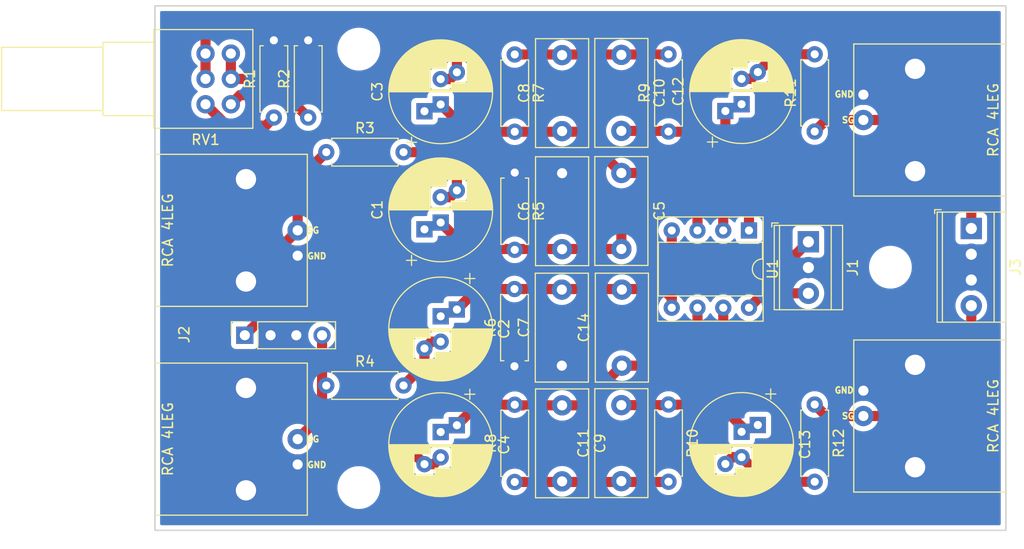
<source format=kicad_pcb>
(kicad_pcb (version 20211014) (generator pcbnew)
  (layers (0 "F.Cu" signal) (31 "B.Cu" signal) (34 "B.Paste" user) (35 "F.Paste" user) (36 "B.SilkS" user "B.Silkscreen") (37 "F.SilkS" user "F.Silkscreen") (38 "B.Mask" user) (39 "F.Mask" user) (44 "Edge.Cuts" user))
  (net 0 "")
  (net 1 "Net-(C1-Pad1)")
  (net 2 "Net-(C1-Pad2)")
  (net 3 "Net-(C14-Pad2)")
  (net 4 "Net-(C2-Pad2)")
  (net 5 "Net-(C3-Pad1)")
  (net 6 "Net-(C3-Pad2)")
  (net 7 "Net-(C14-Pad1)")
  (net 8 "Net-(C4-Pad2)")
  (net 9 "GND")
  (net 10 "Net-(C10-Pad1)")
  (net 11 "Net-(C11-Pad1)")
  (net 12 "Net-(C10-Pad2)")
  (net 13 "Net-(C11-Pad2)")
  (net 14 "Net-(C12-Pad2)")
  (net 15 "Net-(C13-Pad2)")
  (net 16 "/V-")
  (net 17 "/V+")
  (net 18 "In L")
  (net 19 "In r")
  (net 20 "Out L")
  (net 21 "Out R")
  (net 22 "Net-(R1-Pad1)")
  (net 23 "Net-(R2-Pad1)")
  (footprint "Potentiometer_THT:Potentiometer_Alps_RK097_Dual_Horizontal" (layer "F.Cu") (at 23.947993 65.245 180)
    (fp_text reference "RV1" (at 0 -8.5) (layer "F.SilkS"))
    (fp_text value "200")
    (pad "1" thru_hole circle locked (at 0 0 180) (size 1.8 1.8) (drill 1) (layers *.Cu *.Mask) (net 6 "Net-(C3-Pad2)"))
    (pad "2" thru_hole circle locked (at 0 -2.5 180) (size 1.8 1.8) (drill 1) (layers *.Cu *.Mask) (net 6 "Net-(C3-Pad2)"))
    (pad "3" thru_hole circle locked (at 0 -5 180) (size 1.8 1.8) (drill 1) (layers *.Cu *.Mask) (net 22 "Net-(R1-Pad1)"))
    (pad "4" thru_hole circle locked (at -2.5 0 180) (size 1.8 1.8) (drill 1) (layers *.Cu *.Mask) (net 8 "Net-(C4-Pad2)"))
    (pad "5" thru_hole circle locked (at -2.5 -2.5 180) (size 1.8 1.8) (drill 1) (layers *.Cu *.Mask) (net 8 "Net-(C4-Pad2)"))
    (pad "6" thru_hole circle locked (at -2.5 -5 180) (size 1.8 1.8) (drill 1) (layers *.Cu *.Mask) (net 23 "Net-(R2-Pad1)"))
  )
  (footprint "Capacitor_THT:CP_Radial_D10.0mm_P2.50mm_P5.00mm" (layer "F.Cu") (at 76.83 102.557324 -90)
    (fp_text reference "C13" (at 1.25 -6.25 90) (layer "F.SilkS"))
    (fp_text value "1uF/50V NP")
    (pad "1" thru_hole rect locked (at 0 0 270) (size 1.6 1.6) (drill 0.8) (layers *.Cu *.Mask) (net 13 "Net-(C11-Pad2)"))
    (pad "1" thru_hole rect locked (at -0.670937 -1.6 270) (size 1.6 1.6) (drill 0.8) (layers *.Cu *.Mask) (net 13 "Net-(C11-Pad2)"))
    (pad "2" thru_hole circle locked (at 3.170937 1.6 270) (size 1.6 1.6) (drill 0.8) (layers *.Cu *.Mask) (net 15 "Net-(C13-Pad2)"))
    (pad "2" thru_hole circle locked (at 2.5 0 270) (size 1.6 1.6) (drill 0.8) (layers *.Cu *.Mask) (net 15 "Net-(C13-Pad2)"))
  )
  (footprint "Resistor_THT:R_Axial_DIN0207_L6.3mm_D2.5mm_P7.62mm_Horizontal" (layer "F.Cu") (at 54.424788 96.091269 90)
    (fp_text reference "R6" (at 3.81 -2.37 90) (layer "F.SilkS"))
    (fp_text value "47K")
    (pad "1" thru_hole circle locked (at 0 0 90) (size 1.6 1.6) (drill 0.8) (layers *.Cu *.Mask) (net 9 "GND"))
    (pad "2" thru_hole oval locked (at 7.62 0 90) (size 1.6 1.6) (drill 0.8) (layers *.Cu *.Mask) (net 3 "Net-(C14-Pad2)"))
  )
  (footprint "Custom Library:RCA PANEL 2PIN FOOTPRINT" (layer "F.Cu") (at 30.487057 82.683592)
    (fp_text reference "RCA 4LEG" (at -10.26 0 90) (layer "F.SilkS"))
    (fp_text value "RCA PHONO CONECTOR")
    (fp_text user "SG" (at 4.064 0) (layer "F.SilkS") (effects (font (size 0.6 0.6))))
    (fp_text user "GND" (at 4.445 2.54) (layer "F.SilkS") (effects (font (size 0.6 0.6))))
    (pad "1" thru_hole circle (at 2.55 0) (size 2 2) (drill 1) (layers *.Cu *.Mask) (net 18 "In L"))
    (pad "2" thru_hole circle (at -2.55 -5.05) (size 3 3) (drill 2) (layers *.Cu *.Mask) (net 9 "GND"))
    (pad "2" thru_hole circle (at -2.55 5.05) (size 3 3) (drill 2) (layers *.Cu *.Mask) (net 9 "GND"))
    (pad "2" thru_hole circle (at 2.55 2.5) (size 2 2) (drill 1) (layers *.Cu *.Mask) (net 9 "GND"))
  )
  (footprint "Capacitor_THT:CP_Radial_D10.0mm_P2.50mm_P5.00mm" (layer "F.Cu") (at 47.144929 70.262678 90)
    (fp_text reference "C3" (at 1.25 -6.25 90) (layer "F.SilkS"))
    (fp_text value "33uf/16V")
    (pad "1" thru_hole rect locked (at -0.670937 -1.6 90) (size 1.6 1.6) (drill 0.8) (layers *.Cu *.Mask) (net 5 "Net-(C3-Pad1)"))
    (pad "1" thru_hole rect locked (at 0 0 90) (size 1.6 1.6) (drill 0.8) (layers *.Cu *.Mask) (net 5 "Net-(C3-Pad1)"))
    (pad "2" thru_hole circle locked (at 3.170937 1.6 90) (size 1.6 1.6) (drill 0.8) (layers *.Cu *.Mask) (net 6 "Net-(C3-Pad2)"))
    (pad "2" thru_hole circle locked (at 2.5 0 90) (size 1.6 1.6) (drill 0.8) (layers *.Cu *.Mask) (net 6 "Net-(C3-Pad2)"))
  )
  (footprint "MountingHole:MountingHole_3.2mm_M3" (layer "F.Cu") (at 91.510928 86.32)
    (fp_text reference "REF**" hide)
    (fp_text value "MountingHole_3.2mm_M3")
    (pad "" np_thru_hole circle locked (at 0 0) (size 3.2 3.2) (drill 3.2) (layers *.Cu *.Mask))
  )
  (footprint "Capacitor_THT:CP_Radial_D10.0mm_P2.50mm_P5.00mm" (layer "F.Cu") (at 76.83 70.241881 90)
    (fp_text reference "C12" (at 1.25 -6.25 90) (layer "F.SilkS"))
    (fp_text value "1uF/50V NP")
    (pad "1" thru_hole rect locked (at 0 0 90) (size 1.6 1.6) (drill 0.8) (layers *.Cu *.Mask) (net 12 "Net-(C10-Pad2)"))
    (pad "1" thru_hole rect locked (at -0.670937 -1.6 90) (size 1.6 1.6) (drill 0.8) (layers *.Cu *.Mask) (net 12 "Net-(C10-Pad2)"))
    (pad "2" thru_hole circle locked (at 2.5 0 90) (size 1.6 1.6) (drill 0.8) (layers *.Cu *.Mask) (net 14 "Net-(C12-Pad2)"))
    (pad "2" thru_hole circle locked (at 3.170937 1.6 90) (size 1.6 1.6) (drill 0.8) (layers *.Cu *.Mask) (net 14 "Net-(C12-Pad2)"))
  )
  (footprint "Resistor_THT:R_Axial_DIN0207_L6.3mm_D2.5mm_P7.62mm_Horizontal" (layer "F.Cu") (at 84.04 72.934204 90)
    (fp_text reference "R11" (at 3.81 -2.37 90) (layer "F.SilkS"))
    (fp_text value "560")
    (pad "1" thru_hole circle locked (at 0 0 90) (size 1.6 1.6) (drill 0.8) (layers *.Cu *.Mask) (net 20 "Out L"))
    (pad "2" thru_hole oval locked (at 7.62 0 90) (size 1.6 1.6) (drill 0.8) (layers *.Cu *.Mask) (net 14 "Net-(C12-Pad2)"))
  )
  (footprint "Capacitor_THT:CP_Radial_D10.0mm_P2.50mm_P5.00mm" (layer "F.Cu") (at 47.144929 81.912678 90)
    (fp_text reference "C1" (at 1.25 -6.25 90) (layer "F.SilkS"))
    (fp_text value "5uf/25V")
    (pad "1" thru_hole rect locked (at -0.670937 -1.6 90) (size 1.6 1.6) (drill 0.8) (layers *.Cu *.Mask) (net 1 "Net-(C1-Pad1)"))
    (pad "1" thru_hole rect locked (at 0 0 90) (size 1.6 1.6) (drill 0.8) (layers *.Cu *.Mask) (net 1 "Net-(C1-Pad1)"))
    (pad "2" thru_hole circle locked (at 3.170937 1.6 90) (size 1.6 1.6) (drill 0.8) (layers *.Cu *.Mask) (net 2 "Net-(C1-Pad2)"))
    (pad "2" thru_hole circle locked (at 2.5 0 90) (size 1.6 1.6) (drill 0.8) (layers *.Cu *.Mask) (net 2 "Net-(C1-Pad2)"))
  )
  (footprint "Capacitor_THT:C_Disc_D10.5mm_W5.0mm_P7.50mm" (layer "F.Cu") (at 59.122464 84.545001 90)
    (fp_text reference "C6" (at 3.75 -3.75 90) (layer "F.SilkS"))
    (fp_text value "1nF")
    (pad "1" thru_hole circle locked (at 0 0 90) (size 2 2) (drill 1) (layers *.Cu *.Mask) (net 1 "Net-(C1-Pad1)"))
    (pad "2" thru_hole circle locked (at 7.5 0 90) (size 2 2) (drill 1) (layers *.Cu *.Mask) (net 9 "GND"))
  )
  (footprint "Resistor_THT:R_Axial_DIN0207_L6.3mm_D2.5mm_P7.62mm_Horizontal" (layer "F.Cu") (at 30.687525 71.555 90)
    (fp_text reference "R1" (at 3.81 -2.37 90) (layer "F.SilkS"))
    (fp_text value "12")
    (pad "1" thru_hole circle locked (at 0 0 90) (size 1.6 1.6) (drill 0.8) (layers *.Cu *.Mask) (net 22 "Net-(R1-Pad1)"))
    (pad "2" thru_hole oval locked (at 7.62 0 90) (size 1.6 1.6) (drill 0.8) (layers *.Cu *.Mask) (net 9 "GND"))
  )
  (footprint "TerminalBlock_TE-Connectivity:TerminalBlock_TE_282834-4_1x04_P2.54mm_Horizontal" (layer "F.Cu") (at 99.488414 82.5 -90)
    (fp_text reference "J3" (at 3.81 -4.37 90) (layer "F.SilkS"))
    (fp_text value "Out")
    (pad "1" thru_hole rect locked (at 0 0 270) (size 2.1 2.1) (drill 1.1) (layers *.Cu *.Mask) (net 20 "Out L"))
    (pad "2" thru_hole circle locked (at 2.54 0 270) (size 2.1 2.1) (drill 1.1) (layers *.Cu *.Mask) (net 9 "GND"))
    (pad "3" thru_hole circle locked (at 5.08 0 270) (size 2.1 2.1) (drill 1.1) (layers *.Cu *.Mask) (net 9 "GND"))
    (pad "4" thru_hole circle locked (at 7.62 0 270) (size 2.1 2.1) (drill 1.1) (layers *.Cu *.Mask) (net 21 "Out R"))
  )
  (footprint "Resistor_THT:R_Axial_DIN0207_L6.3mm_D2.5mm_P7.62mm_Horizontal" (layer "F.Cu") (at 34.077057 71.555 90)
    (fp_text reference "R2" (at 3.81 -2.37 90) (layer "F.SilkS"))
    (fp_text value "12")
    (pad "1" thru_hole circle locked (at 0 0 90) (size 1.6 1.6) (drill 0.8) (layers *.Cu *.Mask) (net 23 "Net-(R2-Pad1)"))
    (pad "2" thru_hole oval locked (at 7.62 0 90) (size 1.6 1.6) (drill 0.8) (layers *.Cu *.Mask) (net 9 "GND"))
  )
  (footprint "Resistor_THT:R_Axial_DIN0207_L6.3mm_D2.5mm_P7.62mm_Horizontal" (layer "F.Cu") (at 84.04 99.865001 -90)
    (fp_text reference "R12" (at 3.81 -2.37 90) (layer "F.SilkS"))
    (fp_text value "560")
    (pad "1" thru_hole circle locked (at 0 0 270) (size 1.6 1.6) (drill 0.8) (layers *.Cu *.Mask) (net 21 "Out R"))
    (pad "2" thru_hole oval locked (at 7.62 0 270) (size 1.6 1.6) (drill 0.8) (layers *.Cu *.Mask) (net 15 "Net-(C13-Pad2)"))
  )
  (footprint "Resistor_THT:R_Axial_DIN0207_L6.3mm_D2.5mm_P7.62mm_Horizontal" (layer "F.Cu") (at 35.86 74.970001)
    (fp_text reference "R3" (at 3.81 -2.37) (layer "F.SilkS"))
    (fp_text value "1.5K")
    (pad "1" thru_hole circle locked (at 0 0) (size 1.6 1.6) (drill 0.8) (layers *.Cu *.Mask) (net 18 "In L"))
    (pad "2" thru_hole oval locked (at 7.62 0) (size 1.6 1.6) (drill 0.8) (layers *.Cu *.Mask) (net 2 "Net-(C1-Pad2)"))
  )
  (footprint "Capacitor_THT:CP_Radial_D10.0mm_P2.50mm_P5.00mm" (layer "F.Cu") (at 47.144929 91.163592 -90)
    (fp_text reference "C2" (at 1.25 -6.25 90) (layer "F.SilkS"))
    (fp_text value "5uF/25V")
    (pad "1" thru_hole rect locked (at -0.670937 -1.6 270) (size 1.6 1.6) (drill 0.8) (layers *.Cu *.Mask) (net 3 "Net-(C14-Pad2)"))
    (pad "1" thru_hole rect locked (at 0 0 270) (size 1.6 1.6) (drill 0.8) (layers *.Cu *.Mask) (net 3 "Net-(C14-Pad2)"))
    (pad "2" thru_hole circle locked (at 3.170937 1.6 270) (size 1.6 1.6) (drill 0.8) (layers *.Cu *.Mask) (net 4 "Net-(C2-Pad2)"))
    (pad "2" thru_hole circle locked (at 2.5 0 270) (size 1.6 1.6) (drill 0.8) (layers *.Cu *.Mask) (net 4 "Net-(C2-Pad2)"))
  )
  (footprint "Resistor_THT:R_Axial_DIN0207_L6.3mm_D2.5mm_P7.62mm_Horizontal" (layer "F.Cu") (at 35.86 97.988533)
    (fp_text reference "R4" (at 3.81 -2.37) (layer "F.SilkS"))
    (fp_text value "´1.5K")
    (pad "1" thru_hole circle locked (at 0 0) (size 1.6 1.6) (drill 0.8) (layers *.Cu *.Mask) (net 19 "In r"))
    (pad "2" thru_hole oval locked (at 7.62 0) (size 1.6 1.6) (drill 0.8) (layers *.Cu *.Mask) (net 4 "Net-(C2-Pad2)"))
  )
  (footprint "Connector_PinSocket_2.54mm:PinSocket_1x04_P2.54mm_Vertical" (layer "F.Cu") (at 27.823971 93.031796 90)
    (fp_text reference "J2" (at 0.075 -5.971914 90) (layer "F.SilkS"))
    (fp_text value "IN")
    (pad "1" thru_hole rect locked (at 0 0 90) (size 1.7 1.7) (drill 1) (layers *.Cu *.Mask) (net 18 "In L"))
    (pad "2" thru_hole oval locked (at 0 2.54 90) (size 1.7 1.7) (drill 1) (layers *.Cu *.Mask) (net 9 "GND"))
    (pad "3" thru_hole oval locked (at 0 5.08 90) (size 1.7 1.7) (drill 1) (layers *.Cu *.Mask) (net 9 "GND"))
    (pad "4" thru_hole oval locked (at 0 7.62 90) (size 1.7 1.7) (drill 1) (layers *.Cu *.Mask) (net 19 "In r"))
  )
  (footprint "Capacitor_THT:C_Disc_D10.5mm_W5.0mm_P7.50mm" (layer "F.Cu") (at 64.97 107.425001 90)
    (fp_text reference "C11" (at 3.75 -3.75 90) (layer "F.SilkS"))
    (fp_text value "4.7nF")
    (pad "1" thru_hole circle locked (at 0 0 90) (size 2 2) (drill 1) (layers *.Cu *.Mask) (net 11 "Net-(C11-Pad1)"))
    (pad "2" thru_hole circle locked (at 7.5 0 90) (size 2 2) (drill 1) (layers *.Cu *.Mask) (net 13 "Net-(C11-Pad2)"))
  )
  (footprint "Resistor_THT:R_Axial_DIN0207_L6.3mm_D2.5mm_P7.62mm_Horizontal" (layer "F.Cu") (at 54.449858 65.335001 -90)
    (fp_text reference "R7" (at 3.81 -2.37 90) (layer "F.SilkS"))
    (fp_text value "270K")
    (pad "1" thru_hole circle locked (at 0 0 270) (size 1.6 1.6) (drill 0.8) (layers *.Cu *.Mask) (net 10 "Net-(C10-Pad1)"))
    (pad "2" thru_hole oval locked (at 7.62 0 270) (size 1.6 1.6) (drill 0.8) (layers *.Cu *.Mask) (net 5 "Net-(C3-Pad1)"))
  )
  (footprint "Resistor_THT:R_Axial_DIN0207_L6.3mm_D2.5mm_P7.62mm_Horizontal" (layer "F.Cu") (at 69.62 99.865001 -90)
    (fp_text reference "R10" (at 3.81 -2.37 90) (layer "F.SilkS"))
    (fp_text value "15k")
    (pad "1" thru_hole circle locked (at 0 0 270) (size 1.6 1.6) (drill 0.8) (layers *.Cu *.Mask) (net 13 "Net-(C11-Pad2)"))
    (pad "2" thru_hole oval locked (at 7.62 0 270) (size 1.6 1.6) (drill 0.8) (layers *.Cu *.Mask) (net 11 "Net-(C11-Pad1)"))
  )
  (footprint "MountingHole:MountingHole_3.2mm_M3" (layer "F.Cu") (at 39.07 64.808763)
    (fp_text reference "REF**" hide)
    (fp_text value "MountingHole_3.2mm_M3")
    (pad "" np_thru_hole circle locked (at 0 0) (size 3.2 3.2) (drill 3.2) (layers *.Cu *.Mask))
  )
  (footprint "Capacitor_THT:C_Disc_D10.5mm_W5.0mm_P7.50mm" (layer "F.Cu") (at 59.122464 72.895001 90)
    (fp_text reference "C8" (at 3.75 -3.75 90) (layer "F.SilkS"))
    (fp_text value "18nF")
    (pad "1" thru_hole circle locked (at 0 0 90) (size 2 2) (drill 1) (layers *.Cu *.Mask) (net 5 "Net-(C3-Pad1)"))
    (pad "2" thru_hole circle locked (at 7.5 0 90) (size 2 2) (drill 1) (layers *.Cu *.Mask) (net 10 "Net-(C10-Pad1)"))
  )
  (footprint "Custom Library:RCA PANEL 2PIN FOOTPRINT" (layer "F.Cu") (at 91.395 101.000001 180)
    (fp_text reference "RCA 4LEG" (at -10.26 0 90) (layer "F.SilkS"))
    (fp_text value "RCA PHONO CONECTOR")
    (fp_text user "GND" (at 4.445 2.54) (layer "F.SilkS") (effects (font (size 0.6 0.6))))
    (fp_text user "SG" (at 4.064 0) (layer "F.SilkS") (effects (font (size 0.6 0.6))))
    (pad "1" thru_hole circle (at 2.55 0 180) (size 2 2) (drill 1) (layers *.Cu *.Mask) (net 21 "Out R"))
    (pad "2" thru_hole circle (at 2.55 2.5 180) (size 2 2) (drill 1) (layers *.Cu *.Mask) (net 9 "GND"))
    (pad "2" thru_hole circle (at -2.55 -5.05 180) (size 3 3) (drill 2) (layers *.Cu *.Mask) (net 9 "GND"))
    (pad "2" thru_hole circle (at -2.55 5.05 180) (size 3 3) (drill 2) (layers *.Cu *.Mask) (net 9 "GND"))
  )
  (footprint "Capacitor_THT:C_Disc_D10.5mm_W5.0mm_P7.50mm" (layer "F.Cu") (at 64.97 65.374204 -90)
    (fp_text reference "C10" (at 3.75 -3.75 90) (layer "F.SilkS"))
    (fp_text value "4.7nF")
    (pad "1" thru_hole circle locked (at 0 0 270) (size 2 2) (drill 1) (layers *.Cu *.Mask) (net 10 "Net-(C10-Pad1)"))
    (pad "2" thru_hole circle locked (at 7.5 0 270) (size 2 2) (drill 1) (layers *.Cu *.Mask) (net 12 "Net-(C10-Pad2)"))
  )
  (footprint "Custom Library:RCA PANEL 2PIN FOOTPRINT" (layer "F.Cu") (at 91.395 71.799204 180)
    (fp_text reference "RCA 4LEG" (at -10.26 0 90) (layer "F.SilkS"))
    (fp_text value "RCA PHONO CONECTOR")
    (fp_text user "SG" (at 4.064 0) (layer "F.SilkS") (effects (font (size 0.6 0.6))))
    (fp_text user "GND" (at 4.445 2.54) (layer "F.SilkS") (effects (font (size 0.6 0.6))))
    (pad "1" thru_hole circle (at 2.55 0 180) (size 2 2) (drill 1) (layers *.Cu *.Mask) (net 20 "Out L"))
    (pad "2" thru_hole circle (at -2.55 -5.05 180) (size 3 3) (drill 2) (layers *.Cu *.Mask) (net 9 "GND"))
    (pad "2" thru_hole circle (at -2.55 5.05 180) (size 3 3) (drill 2) (layers *.Cu *.Mask) (net 9 "GND"))
    (pad "2" thru_hole circle (at 2.55 2.5 180) (size 2 2) (drill 1) (layers *.Cu *.Mask) (net 9 "GND"))
  )
  (footprint "Capacitor_THT:C_Disc_D10.5mm_W5.0mm_P7.50mm" (layer "F.Cu") (at 64.97 77.024204 -90)
    (fp_text reference "C5" (at 3.75 -3.75 90) (layer "F.SilkS"))
    (fp_text value "820pF")
    (pad "1" thru_hole circle locked (at 0 0 270) (size 2 2) (drill 1) (layers *.Cu *.Mask) (net 5 "Net-(C3-Pad1)"))
    (pad "2" thru_hole circle locked (at 7.5 0 270) (size 2 2) (drill 1) (layers *.Cu *.Mask) (net 1 "Net-(C1-Pad1)"))
  )
  (footprint "Capacitor_THT:C_Disc_D10.5mm_W5.0mm_P7.50mm" (layer "F.Cu") (at 65.02 96.031269 90)
    (fp_text reference "C14" (at 3.75 -3.75 90) (layer "F.SilkS"))
    (fp_text value "820pF")
    (pad "1" thru_hole circle locked (at 0 0 90) (size 2 2) (drill 1) (layers *.Cu *.Mask) (net 7 "Net-(C14-Pad1)"))
    (pad "2" thru_hole circle locked (at 7.5 0 90) (size 2 2) (drill 1) (layers *.Cu *.Mask) (net 3 "Net-(C14-Pad2)"))
  )
  (footprint "Capacitor_THT:C_Disc_D10.5mm_W5.0mm_P7.50mm" (layer "F.Cu") (at 59.122464 99.945798 -90)
    (fp_text reference "C9" (at 3.75 -3.75 90) (layer "F.SilkS"))
    (fp_text value "18nF")
    (pad "1" thru_hole circle locked (at 0 0 270) (size 2 2) (drill 1) (layers *.Cu *.Mask) (net 7 "Net-(C14-Pad1)"))
    (pad "2" thru_hole circle locked (at 7.5 0 270) (size 2 2) (drill 1) (layers *.Cu *.Mask) (net 11 "Net-(C11-Pad1)"))
  )
  (footprint "MountingHole:MountingHole_3.2mm_M3" (layer "F.Cu") (at 39.07 108.058725)
    (fp_text reference "REF**" hide)
    (fp_text value "MountingHole_3.2mm_M3")
    (pad "" np_thru_hole circle locked (at 0 0) (size 3.2 3.2) (drill 3.2) (layers *.Cu *.Mask))
  )
  (footprint "Custom Library:RCA PANEL 2PIN FOOTPRINT" (layer "F.Cu") (at 30.487057 103.28)
    (fp_text reference "RCA 4LEG" (at -10.26 0 90) (layer "F.SilkS"))
    (fp_text value "RCA PHONO CONECTOR")
    (fp_text user "GND" (at 4.445 2.54) (layer "F.SilkS") (effects (font (size 0.6 0.6))))
    (fp_text user "SG" (at 4.064 0) (layer "F.SilkS") (effects (font (size 0.6 0.6))))
    (pad "1" thru_hole circle (at 2.55 0) (size 2 2) (drill 1) (layers *.Cu *.Mask) (net 19 "In r"))
    (pad "2" thru_hole circle (at -2.55 -5.05) (size 3 3) (drill 2) (layers *.Cu *.Mask) (net 9 "GND"))
    (pad "2" thru_hole circle (at 2.55 2.5) (size 2 2) (drill 1) (layers *.Cu *.Mask) (net 9 "GND"))
    (pad "2" thru_hole circle (at -2.55 5.05) (size 3 3) (drill 2) (layers *.Cu *.Mask) (net 9 "GND"))
  )
  (footprint "TerminalBlock_TE-Connectivity:TerminalBlock_TE_282834-3_1x03_P2.54mm_Horizontal" (layer "F.Cu") (at 83.42 83.815001 -90)
    (fp_text reference "J1" (at 2.54 -4.37 90) (layer "F.SilkS"))
    (fp_text value "Power")
    (pad "1" thru_hole rect locked (at 0 0 270) (size 2.1 2.1) (drill 1.1) (layers *.Cu *.Mask) (net 16 "/V-"))
    (pad "2" thru_hole circle locked (at 2.54 0 270) (size 2.1 2.1) (drill 1.1) (layers *.Cu *.Mask) (net 9 "GND"))
    (pad "3" thru_hole circle locked (at 5.08 0 270) (size 2.1 2.1) (drill 1.1) (layers *.Cu *.Mask) (net 17 "/V+"))
  )
  (footprint "Capacitor_THT:C_Disc_D10.5mm_W5.0mm_P7.50mm" (layer "F.Cu") (at 59.097394 96.031269 90)
    (fp_text reference "C7" (at 3.75 -3.75 90) (layer "F.SilkS"))
    (fp_text value "1nF")
    (pad "1" thru_hole circle locked (at 0 0 90) (size 2 2) (drill 1) (layers *.Cu *.Mask) (net 9 "GND"))
    (pad "2" thru_hole circle locked (at 7.5 0 90) (size 2 2) (drill 1) (layers *.Cu *.Mask) (net 3 "Net-(C14-Pad2)"))
  )
  (footprint "Resistor_THT:R_Axial_DIN0207_L6.3mm_D2.5mm_P7.62mm_Horizontal" (layer "F.Cu") (at 69.62 72.934204 90)
    (fp_text reference "R9" (at 3.81 -2.37 90) (layer "F.SilkS"))
    (fp_text value "15K")
    (pad "1" thru_hole circle locked (at 0 0 90) (size 1.6 1.6) (drill 0.8) (layers *.Cu *.Mask) (net 12 "Net-(C10-Pad2)"))
    (pad "2" thru_hole oval locked (at 7.62 0 90) (size 1.6 1.6) (drill 0.8) (layers *.Cu *.Mask) (net 10 "Net-(C10-Pad1)"))
  )
  (footprint "Resistor_THT:R_Axial_DIN0207_L6.3mm_D2.5mm_P7.62mm_Horizontal" (layer "F.Cu") (at 54.449858 107.505798 90)
    (fp_text reference "R8" (at 3.81 -2.37 90) (layer "F.SilkS"))
    (fp_text value "270K")
    (pad "1" thru_hole circle locked (at 0 0 90) (size 1.6 1.6) (drill 0.8) (layers *.Cu *.Mask) (net 11 "Net-(C11-Pad1)"))
    (pad "2" thru_hole oval locked (at 7.62 0 90) (size 1.6 1.6) (drill 0.8) (layers *.Cu *.Mask) (net 7 "Net-(C14-Pad1)"))
  )
  (footprint "Capacitor_THT:CP_Radial_D10.0mm_P2.50mm_P5.00mm" (layer "F.Cu") (at 47.144929 102.578121 -90)
    (fp_text reference "C4" (at 1.25 -6.25 90) (layer "F.SilkS"))
    (fp_text value "33uF/16V")
    (pad "1" thru_hole rect locked (at -0.670937 -1.6 270) (size 1.6 1.6) (drill 0.8) (layers *.Cu *.Mask) (net 7 "Net-(C14-Pad1)"))
    (pad "1" thru_hole rect locked (at 0 0 270) (size 1.6 1.6) (drill 0.8) (layers *.Cu *.Mask) (net 7 "Net-(C14-Pad1)"))
    (pad "2" thru_hole circle locked (at 3.170937 1.6 270) (size 1.6 1.6) (drill 0.8) (layers *.Cu *.Mask) (net 8 "Net-(C4-Pad2)"))
    (pad "2" thru_hole circle locked (at 2.5 0 270) (size 1.6 1.6) (drill 0.8) (layers *.Cu *.Mask) (net 8 "Net-(C4-Pad2)"))
  )
  (footprint "Resistor_THT:R_Axial_DIN0207_L6.3mm_D2.5mm_P7.62mm_Horizontal" (layer "F.Cu") (at 54.449858 76.985001 -90)
    (fp_text reference "R5" (at 3.81 -2.37 90) (layer "F.SilkS"))
    (fp_text value "47K")
    (pad "1" thru_hole circle locked (at 0 0 270) (size 1.6 1.6) (drill 0.8) (layers *.Cu *.Mask) (net 9 "GND"))
    (pad "2" thru_hole oval locked (at 7.62 0 270) (size 1.6 1.6) (drill 0.8) (layers *.Cu *.Mask) (net 1 "Net-(C1-Pad1)"))
  )
  (footprint "Package_DIP:DIP-8_W7.62mm_Socket" (layer "F.Cu") (at 77.56 82.695001 -90)
    (fp_text reference "U1" (at 3.81 -2.33 90) (layer "F.SilkS"))
    (fp_text value "RC4558")
    (pad "1" thru_hole rect locked (at 0 0 270) (size 1.6 1.6) (drill 0.8) (layers *.Cu *.Mask) (net 12 "Net-(C10-Pad2)"))
    (pad "2" thru_hole oval locked (at 0 2.54 270) (size 1.6 1.6) (drill 0.8) (layers *.Cu *.Mask) (net 5 "Net-(C3-Pad1)"))
    (pad "3" thru_hole oval locked (at 0 5.08 270) (size 1.6 1.6) (drill 0.8) (layers *.Cu *.Mask) (net 1 "Net-(C1-Pad1)"))
    (pad "4" thru_hole oval locked (at 0 7.62 270) (size 1.6 1.6) (drill 0.8) (layers *.Cu *.Mask) (net 16 "/V-"))
    (pad "5" thru_hole oval locked (at 7.62 7.62 270) (size 1.6 1.6) (drill 0.8) (layers *.Cu *.Mask) (net 3 "Net-(C14-Pad2)"))
    (pad "6" thru_hole oval locked (at 7.62 5.08 270) (size 1.6 1.6) (drill 0.8) (layers *.Cu *.Mask) (net 7 "Net-(C14-Pad1)"))
    (pad "7" thru_hole oval locked (at 7.62 2.54 270) (size 1.6 1.6) (drill 0.8) (layers *.Cu *.Mask) (net 13 "Net-(C11-Pad2)"))
    (pad "8" thru_hole oval locked (at 7.62 0 270) (size 1.6 1.6) (drill 0.8) (layers *.Cu *.Mask) (net 17 "/V+"))
  )
  (gr_rect (start 102.9 112.28) (end 18.96 60.54) (layer "Edge.Cuts") (width 0.15) (fill none))
  (segment (start 64.97 84.524204) (end 64.97 80.585001) (width 1) (layer "F.Cu") (net 1))
  (segment (start 49.756455 84.524204) (end 47.144929 81.912678) (width 1) (layer "F.Cu") (net 1))
  (segment (start 72.48 79.895001) (end 72.48 82.695001) (width 1) (layer "F.Cu") (net 1))
  (segment (start 64.97 84.524204) (end 49.756455 84.524204) (width 1) (layer "F.Cu") (net 1))
  (segment (start 66.2 79.355001) (end 71.94 79.355001) (width 1) (layer "F.Cu") (net 1))
  (segment (start 64.97 80.585001) (end 66.2 79.355001) (width 1) (layer "F.Cu") (net 1))
  (segment (start 71.94 79.355001) (end 72.48 79.895001) (width 1) (layer "F.Cu") (net 1))
  (segment (start 48.073992 79.412678) (end 48.744929 78.741741) (width 1) (layer "F.Cu") (net 2))
  (segment (start 48.744929 76.464929) (end 48.744929 78.741741) (width 1) (layer "F.Cu") (net 2))
  (segment (start 43.48 74.970001) (end 47.250001 74.970001) (width 1) (layer "F.Cu") (net 2))
  (segment (start 47.144929 79.412678) (end 48.073992 79.412678) (width 1) (layer "F.Cu") (net 2))
  (segment (start 47.250001 74.970001) (end 48.744929 76.464929) (width 1) (layer "F.Cu") (net 2))
  (segment (start 69.94 90.315001) (end 69.94 89.345001) (width 1) (layer "F.Cu") (net 3))
  (segment (start 50.766315 88.471269) (end 48.744929 90.492655) (width 1) (layer "F.Cu") (net 3))
  (segment (start 69.94 89.345001) (end 69.066268 88.471269) (width 1) (layer "F.Cu") (net 3))
  (segment (start 54.424788 88.471269) (end 50.766315 88.471269) (width 1) (layer "F.Cu") (net 3))
  (segment (start 69.066268 88.471269) (end 54.424788 88.471269) (width 1) (layer "F.Cu") (net 3))
  (segment (start 45.544929 95.923604) (end 43.48 97.988533) (width 1) (layer "F.Cu") (net 4))
  (segment (start 46.215866 93.663592) (end 45.544929 94.334529) (width 1) (layer "F.Cu") (net 4))
  (segment (start 45.544929 94.334529) (end 45.544929 95.923604) (width 1) (layer "F.Cu") (net 4))
  (segment (start 47.144929 93.663592) (end 46.215866 93.663592) (width 1) (layer "F.Cu") (net 4))
  (segment (start 49.837252 72.955001) (end 47.144929 70.262678) (width 1) (layer "F.Cu") (net 5))
  (segment (start 75.02 78.125001) (end 75.02 82.695001) (width 1) (layer "F.Cu") (net 5))
  (segment (start 73.919203 77.024204) (end 75.02 78.125001) (width 1) (layer "F.Cu") (net 5))
  (segment (start 54.449858 72.955001) (end 49.837252 72.955001) (width 1) (layer "F.Cu") (net 5))
  (segment (start 60.900797 72.955001) (end 64.97 77.024204) (width 1) (layer "F.Cu") (net 5))
  (segment (start 54.449858 72.955001) (end 60.900797 72.955001) (width 1) (layer "F.Cu") (net 5))
  (segment (start 64.97 77.024204) (end 73.919203 77.024204) (width 1) (layer "F.Cu") (net 5))
  (segment (start 47.144929 67.762678) (end 48.073992 67.762678) (width 1) (layer "F.Cu") (net 6))
  (segment (start 48.744929 67.091741) (end 48.744929 63.524929) (width 1) (layer "F.Cu") (net 6))
  (segment (start 23.947993 62.865093) (end 23.947993 67.745) (width 1) (layer "F.Cu") (net 6))
  (segment (start 24.993086 61.82) (end 23.947993 62.865093) (width 1) (layer "F.Cu") (net 6))
  (segment (start 47.04 61.82) (end 24.993086 61.82) (width 1) (layer "F.Cu") (net 6))
  (segment (start 48.744929 63.524929) (end 47.04 61.82) (width 1) (layer "F.Cu") (net 6))
  (segment (start 48.073992 67.762678) (end 48.744929 67.091741) (width 1) (layer "F.Cu") (net 6))
  (segment (start 54.449858 99.885798) (end 50.766315 99.885798) (width 1) (layer "F.Cu") (net 7))
  (segment (start 59.122464 99.945798) (end 61.105471 99.945798) (width 1) (layer "F.Cu") (net 7))
  (segment (start 54.509858 99.945798) (end 54.449858 99.885798) (width 1) (layer "F.Cu") (net 7))
  (segment (start 72.48 90.315001) (end 72.48 95.215001) (width 1) (layer "F.Cu") (net 7))
  (segment (start 71.663732 96.031269) (end 65.02 96.031269) (width 1) (layer "F.Cu") (net 7))
  (segment (start 50.766315 99.885798) (end 48.744929 101.907184) (width 1) (layer "F.Cu") (net 7))
  (segment (start 61.105471 99.945798) (end 65.02 96.031269) (width 1) (layer "F.Cu") (net 7))
  (segment (start 59.122464 99.945798) (end 54.509858 99.945798) (width 1) (layer "F.Cu") (net 7))
  (segment (start 72.48 95.215001) (end 71.663732 96.031269) (width 1) (layer "F.Cu") (net 7))
  (segment (start 34.635 67.745) (end 39.76 72.87) (width 1) (layer "F.Cu") (net 8))
  (segment (start 39.76 72.87) (end 39.76 99.964129) (width 1) (layer "F.Cu") (net 8))
  (segment (start 45.544929 105.749058) (end 46.473992 105.749058) (width 1) (layer "F.Cu") (net 8))
  (segment (start 26.447993 65.245) (end 26.447993 67.745) (width 1) (layer "F.Cu") (net 8))
  (segment (start 39.76 99.964129) (end 45.544929 105.749058) (width 1) (layer "F.Cu") (net 8))
  (segment (start 26.447993 67.745) (end 34.635 67.745) (width 1) (layer "F.Cu") (net 8))
  (segment (start 46.473992 105.749058) (end 47.144929 105.078121) (width 1) (layer "F.Cu") (net 8))
  (segment (start 59.037394 96.091269) (end 59.097394 96.031269) (width 1) (layer "F.Cu") (net 9))
  (segment (start 54.449858 65.335001) (end 69.62 65.335001) (width 1) (layer "F.Cu") (net 10))
  (segment (start 69.62 107.505798) (end 54.449858 107.505798) (width 1) (layer "F.Cu") (net 11))
  (segment (start 64.97 72.874204) (end 69.539203 72.874204) (width 1) (layer "F.Cu") (net 12))
  (segment (start 69.539203 72.874204) (end 69.62 72.955001) (width 1) (layer "F.Cu") (net 12))
  (segment (start 69.62 72.955001) (end 75.525001 72.955001) (width 1) (layer "F.Cu") (net 12))
  (segment (start 75.23 70.912818) (end 75.23 72.570002) (width 1) (layer "F.Cu") (net 12))
  (segment (start 75.525001 72.955001) (end 77.56 74.99) (width 1) (layer "F.Cu") (net 12))
  (segment (start 77.56 74.99) (end 77.56 82.695001) (width 1) (layer "F.Cu") (net 12))
  (segment (start 69.62 99.885798) (end 74.695798 99.885798) (width 1) (layer "F.Cu") (net 13))
  (segment (start 74.695798 99.885798) (end 75.535 100.725) (width 1) (layer "F.Cu") (net 13))
  (segment (start 69.580797 99.925001) (end 69.62 99.885798) (width 1) (layer "F.Cu") (net 13))
  (segment (start 74.695798 99.885798) (end 75.02 99.561596) (width 1) (layer "F.Cu") (net 13))
  (segment (start 75.02 99.561596) (end 75.02 100.21) (width 1) (layer "F.Cu") (net 13))
  (segment (start 64.97 99.925001) (end 69.580797 99.925001) (width 1) (layer "F.Cu") (net 13))
  (segment (start 76.83 102.02) (end 76.83 102.557324) (width 1) (layer "F.Cu") (net 13))
  (segment (start 75.02 99.561596) (end 75.02 90.315001) (width 1) (layer "F.Cu") (net 13))
  (segment (start 75.535 100.725) (end 76.83 102.02) (width 1) (layer "F.Cu") (net 13))
  (segment (start 75.02 100.21) (end 75.535 100.725) (width 1) (layer "F.Cu") (net 13))
  (segment (start 77.759063 67.741881) (end 78.43 67.070944) (width 1) (layer "F.Cu") (net 14))
  (segment (start 76.83 67.741881) (end 77.759063 67.741881) (width 1) (layer "F.Cu") (net 14))
  (segment (start 80.18674 65.314204) (end 78.43 67.070944) (width 1) (layer "F.Cu") (net 14))
  (segment (start 84.04 65.314204) (end 80.18674 65.314204) (width 1) (layer "F.Cu") (net 14))
  (segment (start 79.257677 107.485001) (end 76.83 105.057324) (width 1) (layer "F.Cu") (net 15))
  (segment (start 76.83 105.057324) (end 75.900937 105.057324) (width 1) (layer "F.Cu") (net 15))
  (segment (start 84.04 107.485001) (end 79.257677 107.485001) (width 1) (layer "F.Cu") (net 15))
  (segment (start 75.900937 105.057324) (end 75.23 105.728261) (width 1) (layer "F.Cu") (net 15))
  (segment (start 82.14 85.095001) (end 70.65 85.095001) (width 1) (layer "F.Cu") (net 16))
  (segment (start 69.94 84.385001) (end 69.94 82.695001) (width 1) (layer "F.Cu") (net 16))
  (segment (start 70.65 85.095001) (end 69.94 84.385001) (width 1) (layer "F.Cu") (net 16))
  (segment (start 83.42 83.815001) (end 82.14 85.095001) (width 1) (layer "F.Cu") (net 16))
  (segment (start 83.42 88.895001) (end 78.98 88.895001) (width 1) (layer "F.Cu") (net 17))
  (segment (start 78.98 88.895001) (end 77.56 90.315001) (width 1) (layer "F.Cu") (net 17))
  (segment (start 30.66 85.060649) (end 33.037057 82.683592) (width 1) (layer "F.Cu") (net 18))
  (segment (start 33.037057 77.792944) (end 35.86 74.970001) (width 1) (layer "F.Cu") (net 18))
  (segment (start 30.66 90.195767) (end 30.66 85.060649) (width 1) (layer "F.Cu") (net 18))
  (segment (start 27.823971 93.031796) (end 30.66 90.195767) (width 1) (layer "F.Cu") (net 18))
  (segment (start 33.037057 82.683592) (end 33.037057 77.792944) (width 1) (layer "F.Cu") (net 18))
  (segment (start 35.443971 100.873086) (end 33.037057 103.28) (width 1) (layer "F.Cu") (net 19))
  (segment (start 35.443971 98.156029) (end 35.443971 100.873086) (width 1) (layer "F.Cu") (net 19))
  (segment (start 35.86 97.988533) (end 35.611467 97.988533) (width 1) (layer "F.Cu") (net 19))
  (segment (start 35.611467 97.988533) (end 35.443971 98.156029) (width 1) (layer "F.Cu") (net 19))
  (segment (start 35.443971 93.031796) (end 35.443971 98.156029) (width 1) (layer "F.Cu") (net 19))
  (segment (start 99.488414 73.608414) (end 99.488414 82.5) (width 1) (layer "F.Cu") (net 20))
  (segment (start 85.175 71.799204) (end 84.04 72.934204) (width 1) (layer "F.Cu") (net 20))
  (segment (start 88.845 71.799204) (end 85.175 71.799204) (width 1) (layer "F.Cu") (net 20))
  (segment (start 88.845 71.799204) (end 97.679204 71.799204) (width 1) (layer "F.Cu") (net 20))
  (segment (start 97.679204 71.799204) (end 99.488414 73.608414) (width 1) (layer "F.Cu") (net 20))
  (segment (start 97.039999 101.000001) (end 99.488414 98.551586) (width 1) (layer "F.Cu") (net 21))
  (segment (start 99.488414 98.551586) (end 99.488414 90.12) (width 1) (layer "F.Cu") (net 21))
  (segment (start 88.845 101.000001) (end 97.039999 101.000001) (width 1) (layer "F.Cu") (net 21))
  (segment (start 85.175 101.000001) (end 84.04 99.865001) (width 1) (layer "F.Cu") (net 21))
  (segment (start 88.845 101.000001) (end 85.175 101.000001) (width 1) (layer "F.Cu") (net 21))
  (segment (start 26.057992 72.354999) (end 29.887526 72.354999) (width 1) (layer "F.Cu") (net 22))
  (segment (start 29.887526 72.354999) (end 30.687525 71.555) (width 1) (layer "F.Cu") (net 22))
  (segment (start 23.947993 70.245) (end 26.057992 72.354999) (width 1) (layer "F.Cu") (net 22))
  (segment (start 27.347993 69.345) (end 31.867057 69.345) (width 1) (layer "F.Cu") (net 23))
  (segment (start 26.447993 70.245) (end 27.347993 69.345) (width 1) (layer "F.Cu") (net 23))
  (segment (start 31.867057 69.345) (end 34.077057 71.555) (width 1) (layer "F.Cu") (net 23))
  (zone (net 9) (net_name "GND") (layer "B.Cu") (connect_pads yes (clearance 0.508)) (min_thickness 0.254) (fill yes (thermal_gap 0.508) (thermal_bridge_width 0.508))
    (polygon (pts (xy 103.43 114.16) (xy 18.08 114.16) (xy 18.08 59.96) (xy 103.43 59.96)))
  )
)
</source>
